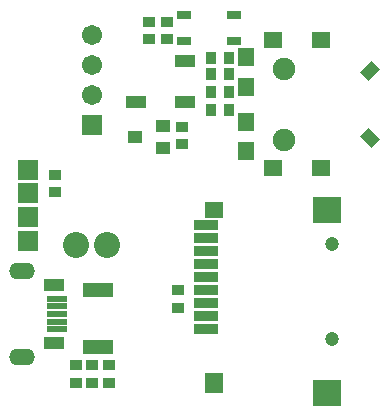
<source format=gbr>
%TF.GenerationSoftware,Altium Limited,Altium Designer,20.0.13 (296)*%
G04 Layer_Color=16711935*
%FSLAX25Y25*%
%MOIN*%
%TF.FileFunction,Soldermask,Bot*%
%TF.Part,Single*%
G01*
G75*
%TA.AperFunction,SMDPad,CuDef*%
%ADD65C,0.08674*%
%TA.AperFunction,ConnectorPad*%
%ADD66R,0.05918X0.05524*%
%ADD67R,0.05524X0.05918*%
G04:AMPARAMS|DCode=68|XSize=41.47mil|YSize=55.24mil|CornerRadius=0mil|HoleSize=0mil|Usage=FLASHONLY|Rotation=45.000|XOffset=0mil|YOffset=0mil|HoleType=Round|Shape=Rectangle|*
%AMROTATEDRECTD68*
4,1,4,0.00487,-0.03419,-0.03419,0.00487,-0.00487,0.03419,0.03419,-0.00487,0.00487,-0.03419,0.0*
%
%ADD68ROTATEDRECTD68*%

G04:AMPARAMS|DCode=69|XSize=41.47mil|YSize=55.24mil|CornerRadius=0mil|HoleSize=0mil|Usage=FLASHONLY|Rotation=315.000|XOffset=0mil|YOffset=0mil|HoleType=Round|Shape=Rectangle|*
%AMROTATEDRECTD69*
4,1,4,-0.03419,-0.00487,0.00487,0.03419,0.03419,0.00487,-0.00487,-0.03419,-0.03419,-0.00487,0.0*
%
%ADD69ROTATEDRECTD69*%

%TA.AperFunction,SMDPad,CuDef*%
%ADD70R,0.04737X0.03162*%
%ADD71R,0.03950X0.03556*%
%ADD72R,0.06706X0.03950*%
%ADD73R,0.03556X0.03950*%
%ADD74R,0.06706X0.06706*%
%ADD75R,0.04540X0.04343*%
%ADD76R,0.04540X0.04343*%
%ADD77R,0.07887X0.03556*%
%ADD78R,0.06312X0.05524*%
%ADD79R,0.09461X0.08800*%
%ADD80R,0.06312X0.07099*%
%TA.AperFunction,ConnectorPad*%
%ADD81R,0.06706X0.02375*%
%TA.AperFunction,SMDPad,CuDef*%
%ADD82R,0.02060X0.04737*%
%TA.AperFunction,ComponentPad*%
%ADD83R,0.06706X0.06706*%
%ADD84C,0.06706*%
%ADD85C,0.04737*%
%ADD86R,0.06706X0.03950*%
%ADD87O,0.08674X0.05524*%
%TA.AperFunction,ViaPad*%
%ADD88C,0.07493*%
D65*
X23000Y61000D02*
D03*
X33500D02*
D03*
D66*
X104882Y86740D02*
D03*
X88740D02*
D03*
Y129260D02*
D03*
X104882D02*
D03*
D67*
X79685Y92252D02*
D03*
Y102193D02*
D03*
Y113807D02*
D03*
Y123748D02*
D03*
D68*
X121135Y96865D02*
D03*
D69*
Y119135D02*
D03*
D70*
X75768Y129169D02*
D03*
Y137831D02*
D03*
X59232Y129169D02*
D03*
Y137831D02*
D03*
D71*
X53500Y129547D02*
D03*
Y135453D02*
D03*
X47500D02*
D03*
Y129547D02*
D03*
X58500Y94547D02*
D03*
Y100453D02*
D03*
X57000Y40047D02*
D03*
Y45953D02*
D03*
X34000Y20953D02*
D03*
Y15047D02*
D03*
X28500Y20953D02*
D03*
Y15047D02*
D03*
X23000D02*
D03*
Y20953D02*
D03*
X16000Y84453D02*
D03*
Y78547D02*
D03*
D72*
X59374Y108610D02*
D03*
X43200Y108600D02*
D03*
X59374Y122390D02*
D03*
D73*
X68047Y123500D02*
D03*
X73953D02*
D03*
X68047Y118000D02*
D03*
X73953D02*
D03*
X68047Y106000D02*
D03*
X73953D02*
D03*
X68047Y112000D02*
D03*
X73953D02*
D03*
D74*
X7071Y62472D02*
D03*
Y70346D02*
D03*
Y78220D02*
D03*
Y86094D02*
D03*
D75*
X52126Y100740D02*
D03*
X42874Y97000D02*
D03*
D76*
X52126Y93260D02*
D03*
D77*
X66500Y54654D02*
D03*
Y67646D02*
D03*
Y63315D02*
D03*
Y58984D02*
D03*
Y50323D02*
D03*
Y45992D02*
D03*
Y41661D02*
D03*
Y37331D02*
D03*
Y33000D02*
D03*
D78*
X68968Y72764D02*
D03*
D79*
X106764Y72764D02*
D03*
Y11740D02*
D03*
D80*
X68968Y14890D02*
D03*
D81*
X16590Y43118D02*
D03*
X16591Y40559D02*
D03*
Y38000D02*
D03*
Y35441D02*
D03*
Y32882D02*
D03*
D82*
X26500Y46000D02*
D03*
X28468D02*
D03*
X30437D02*
D03*
X32405D02*
D03*
X34374D02*
D03*
Y27102D02*
D03*
X32405D02*
D03*
X30437D02*
D03*
X28468D02*
D03*
X26500D02*
D03*
D83*
X28500Y101000D02*
D03*
D84*
Y111000D02*
D03*
Y121000D02*
D03*
Y131000D02*
D03*
D85*
X108339Y61347D02*
D03*
Y29850D02*
D03*
D86*
X15606Y28453D02*
D03*
Y47547D02*
D03*
D87*
X5173Y23728D02*
D03*
Y52272D02*
D03*
D88*
X92283Y96189D02*
D03*
Y119811D02*
D03*
%TF.MD5,b63bdc750393205c23a9e1ab84507c61*%
M02*

</source>
